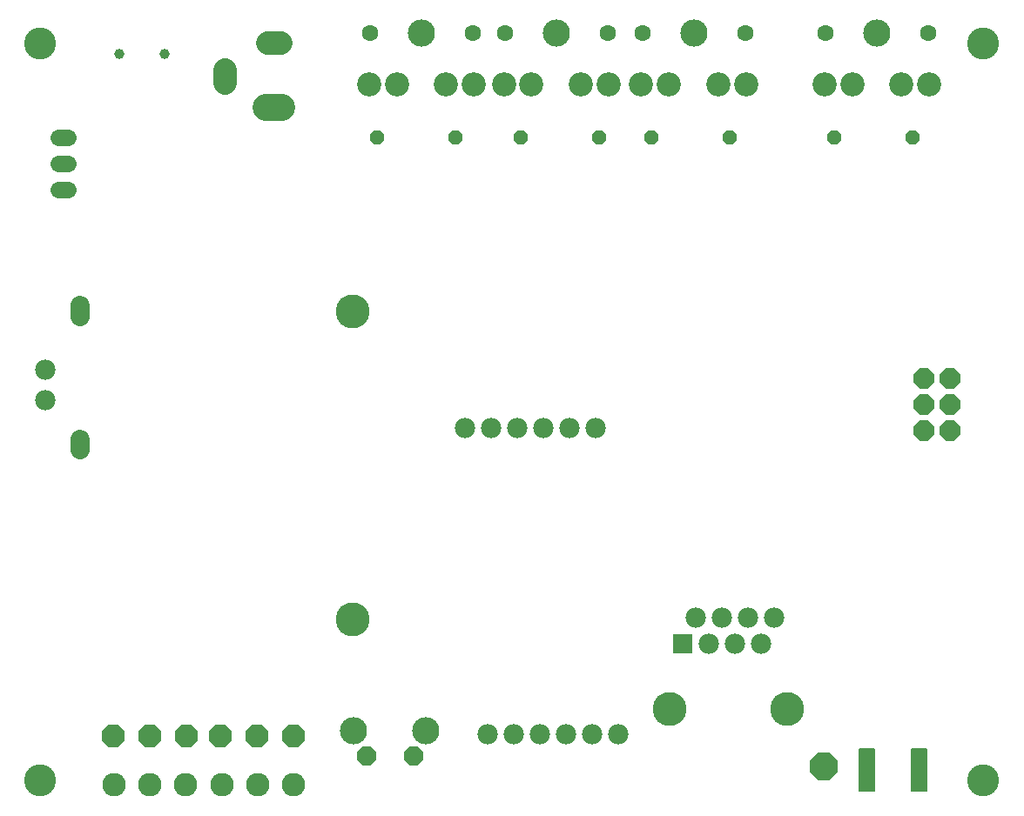
<source format=gbs>
G75*
%MOIN*%
%OFA0B0*%
%FSLAX25Y25*%
%IPPOS*%
%LPD*%
%AMOC8*
5,1,8,0,0,1.08239X$1,22.5*
%
%ADD10C,0.10400*%
%ADD11C,0.09258*%
%ADD12C,0.06306*%
%ADD13OC8,0.05200*%
%ADD14C,0.07400*%
%ADD15C,0.03550*%
%ADD16C,0.12998*%
%ADD17C,0.12211*%
%ADD18C,0.07800*%
%ADD19C,0.06400*%
%ADD20OC8,0.07400*%
%ADD21C,0.03943*%
%ADD22C,0.09000*%
%ADD23C,0.10400*%
%ADD24OC8,0.10400*%
%ADD25C,0.00640*%
%ADD26OC8,0.07800*%
%ADD27R,0.07800X0.07800*%
%ADD28C,0.09000*%
%ADD29OC8,0.08900*%
D10*
X0140700Y0112442D03*
X0168300Y0112442D03*
X0166587Y0379865D03*
X0218142Y0379865D03*
X0270760Y0379865D03*
X0340878Y0379865D03*
D11*
X0350327Y0360180D03*
X0360957Y0360180D03*
X0331429Y0360180D03*
X0320799Y0360180D03*
X0290839Y0360180D03*
X0280209Y0360180D03*
X0261311Y0360180D03*
X0250681Y0360180D03*
X0238220Y0360180D03*
X0227591Y0360180D03*
X0208693Y0360180D03*
X0198063Y0360180D03*
X0186665Y0360180D03*
X0176035Y0360180D03*
X0157138Y0360180D03*
X0146508Y0360180D03*
D12*
X0146902Y0379865D03*
X0186272Y0379865D03*
X0198457Y0379865D03*
X0237827Y0379865D03*
X0251075Y0379865D03*
X0290445Y0379865D03*
X0321193Y0379865D03*
X0360563Y0379865D03*
D13*
X0354500Y0339944D03*
X0324500Y0339944D03*
X0284500Y0339944D03*
X0254500Y0339944D03*
X0234500Y0339944D03*
X0204500Y0339944D03*
X0179500Y0339944D03*
X0149500Y0339944D03*
D14*
X0036035Y0275390D02*
X0036035Y0271190D01*
X0036035Y0224209D02*
X0036035Y0220009D01*
D15*
X0036035Y0222109D03*
X0036035Y0273290D03*
D16*
X0140366Y0273290D03*
X0140366Y0155180D03*
X0261528Y0120745D03*
X0306528Y0120745D03*
D17*
X0020642Y0093605D03*
X0381665Y0093605D03*
X0381665Y0375889D03*
X0020642Y0375889D03*
D18*
X0022500Y0250644D03*
X0022500Y0239244D03*
X0183130Y0228505D03*
X0193130Y0228505D03*
X0203130Y0228505D03*
X0213130Y0228505D03*
X0223130Y0228505D03*
X0233130Y0228505D03*
X0271528Y0155745D03*
X0281528Y0155745D03*
X0291528Y0155745D03*
X0301528Y0155745D03*
X0296528Y0145745D03*
X0286528Y0145745D03*
X0276528Y0145745D03*
X0241980Y0111204D03*
X0231980Y0111204D03*
X0221980Y0111204D03*
X0211980Y0111204D03*
X0201980Y0111204D03*
X0191980Y0111204D03*
D19*
X0031300Y0319944D02*
X0027700Y0319944D01*
X0027700Y0329944D02*
X0031300Y0329944D01*
X0031300Y0339944D02*
X0027700Y0339944D01*
D20*
X0145600Y0102642D03*
X0163400Y0102642D03*
D21*
X0068161Y0371965D03*
X0050839Y0371965D03*
D22*
X0091114Y0365844D02*
X0091114Y0360684D01*
X0107432Y0376060D02*
X0112592Y0376060D01*
D23*
X0113012Y0351453D02*
X0107012Y0351453D01*
D24*
X0320500Y0098938D03*
D25*
X0334120Y0105318D02*
X0339880Y0105318D01*
X0339880Y0089558D01*
X0334120Y0089558D01*
X0334120Y0105318D01*
X0334120Y0090197D02*
X0339880Y0090197D01*
X0339880Y0090836D02*
X0334120Y0090836D01*
X0334120Y0091475D02*
X0339880Y0091475D01*
X0339880Y0092114D02*
X0334120Y0092114D01*
X0334120Y0092753D02*
X0339880Y0092753D01*
X0339880Y0093392D02*
X0334120Y0093392D01*
X0334120Y0094031D02*
X0339880Y0094031D01*
X0339880Y0094670D02*
X0334120Y0094670D01*
X0334120Y0095309D02*
X0339880Y0095309D01*
X0339880Y0095948D02*
X0334120Y0095948D01*
X0334120Y0096587D02*
X0339880Y0096587D01*
X0339880Y0097226D02*
X0334120Y0097226D01*
X0334120Y0097865D02*
X0339880Y0097865D01*
X0339880Y0098504D02*
X0334120Y0098504D01*
X0334120Y0099143D02*
X0339880Y0099143D01*
X0339880Y0099782D02*
X0334120Y0099782D01*
X0334120Y0100421D02*
X0339880Y0100421D01*
X0339880Y0101060D02*
X0334120Y0101060D01*
X0334120Y0101699D02*
X0339880Y0101699D01*
X0339880Y0102338D02*
X0334120Y0102338D01*
X0334120Y0102977D02*
X0339880Y0102977D01*
X0339880Y0103616D02*
X0334120Y0103616D01*
X0334120Y0104255D02*
X0339880Y0104255D01*
X0339880Y0104894D02*
X0334120Y0104894D01*
X0354120Y0105318D02*
X0359880Y0105318D01*
X0359880Y0089558D01*
X0354120Y0089558D01*
X0354120Y0105318D01*
X0354120Y0090197D02*
X0359880Y0090197D01*
X0359880Y0090836D02*
X0354120Y0090836D01*
X0354120Y0091475D02*
X0359880Y0091475D01*
X0359880Y0092114D02*
X0354120Y0092114D01*
X0354120Y0092753D02*
X0359880Y0092753D01*
X0359880Y0093392D02*
X0354120Y0093392D01*
X0354120Y0094031D02*
X0359880Y0094031D01*
X0359880Y0094670D02*
X0354120Y0094670D01*
X0354120Y0095309D02*
X0359880Y0095309D01*
X0359880Y0095948D02*
X0354120Y0095948D01*
X0354120Y0096587D02*
X0359880Y0096587D01*
X0359880Y0097226D02*
X0354120Y0097226D01*
X0354120Y0097865D02*
X0359880Y0097865D01*
X0359880Y0098504D02*
X0354120Y0098504D01*
X0354120Y0099143D02*
X0359880Y0099143D01*
X0359880Y0099782D02*
X0354120Y0099782D01*
X0354120Y0100421D02*
X0359880Y0100421D01*
X0359880Y0101060D02*
X0354120Y0101060D01*
X0354120Y0101699D02*
X0359880Y0101699D01*
X0359880Y0102338D02*
X0354120Y0102338D01*
X0354120Y0102977D02*
X0359880Y0102977D01*
X0359880Y0103616D02*
X0354120Y0103616D01*
X0354120Y0104255D02*
X0359880Y0104255D01*
X0359880Y0104894D02*
X0354120Y0104894D01*
D26*
X0358752Y0227438D03*
X0358752Y0237438D03*
X0358752Y0247438D03*
X0368752Y0247438D03*
X0368752Y0237438D03*
X0368752Y0227438D03*
D27*
X0266528Y0145745D03*
D28*
X0117689Y0091755D03*
X0103909Y0091755D03*
X0090130Y0091755D03*
X0076350Y0091755D03*
X0062571Y0091755D03*
X0048791Y0091755D03*
D29*
X0048500Y0110438D03*
X0062500Y0110438D03*
X0076500Y0110438D03*
X0089500Y0110438D03*
X0103500Y0110438D03*
X0117500Y0110438D03*
M02*

</source>
